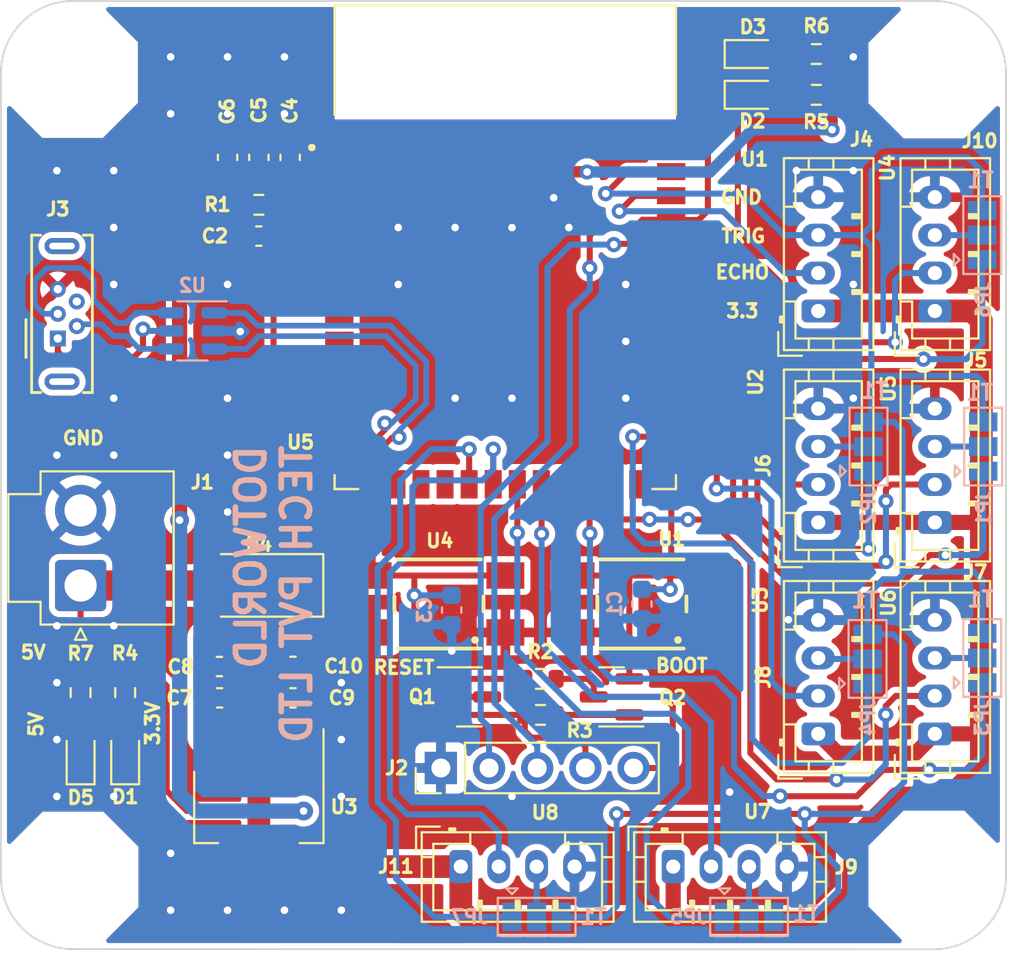
<source format=kicad_pcb>
(kicad_pcb (version 20221018) (generator pcbnew)
  (layers (0 "F.Cu" signal) (31 "B.Cu" signal) (34 "B.Paste" user) (35 "F.Paste" user) (36 "B.SilkS" user "B.Silkscreen") (37 "F.SilkS" user "F.Silkscreen") (38 "B.Mask" user) (39 "F.Mask" user) (44 "Edge.Cuts" user))
  (net 0 "")
  (net 1 "IO0")
  (net 2 "GND")
  (net 3 "EN")
  (net 4 "+3.3V")
  (net 5 "Net-(C7-Pad1)")
  (net 6 "Net-(D1-Pad2)")
  (net 7 "TXD")
  (net 8 "Net-(D2-Pad2)")
  (net 9 "RXD")
  (net 10 "Net-(D3-Pad2)")
  (net 11 "+5V")
  (net 12 "RTS")
  (net 13 "DTR")
  (net 14 "VBUS")
  (net 15 "D-")
  (net 16 "D+")
  (net 19 "ECHO1")
  (net 20 "TRIG1")
  (net 21 "ECHO5")
  (net 22 "Net-(J5-Pad3)")
  (net 23 "ECHO2")
  (net 24 "Net-(J6-Pad3)")
  (net 25 "ECHO6")
  (net 26 "Net-(J7-Pad3)")
  (net 27 "ECHO3")
  (net 28 "Net-(J8-Pad3)")
  (net 29 "ECHO7")
  (net 30 "Net-(J9-Pad3)")
  (net 31 "ECHO4")
  (net 32 "Net-(J10-Pad3)")
  (net 33 "ECHO8")
  (net 34 "Net-(J11-Pad3)")
  (net 35 "TRIG5")
  (net 36 "TRIG2")
  (net 37 "TRIG6")
  (net 38 "TRIG3")
  (net 39 "TRIG7")
  (net 40 "TRIG4")
  (net 41 "TRIG8")
  (net 42 "Net-(Q1-Pad1)")
  (net 43 "Net-(Q2-Pad1)")
  (net 44 "USB_D+")
  (net 45 "USB_D-")
  (net 54 "Net-(D5-Pad2)")
  (footprint "LED_SMD:LED_0603_1608Metric" (layer "F.Cu") (at 128.9 113.825 90)
    (fp_text reference "D5")
    (fp_text value "LED")
  )
  (footprint "Capacitor_SMD:C_0603_1608Metric" (layer "F.Cu") (at 136.22 109.1)
    (fp_text reference "C8")
    (fp_text value "0.1uF")
  )
  (footprint "Connector_JST:JST_PH_B4B-PH-K_1x04_P2.00mm_Vertical" (layer "F.Cu") (at 167.8 101.5 90)
    (fp_text reference "J6")
    (fp_text value "Conn_01x04")
  )
  (footprint "Package_TO_SOT_SMD:SOT-23" (layer "F.Cu") (at 149.4 110.7)
    (fp_text reference "Q1")
    (fp_text value "SI2302")
  )
  (footprint "Diode_SMD:D_SMA" (layer "F.Cu") (at 138.3 104.82 180)
    (fp_text reference "D4")
    (fp_text value "SS34")
  )
  (footprint "Resistor_SMD:R_0603_1608Metric" (layer "F.Cu") (at 128.9 110.475 -90)
    (fp_text reference "R7")
    (fp_text value "1K")
  )
  (footprint "Dotworld:Tactile_Switch" (layer "F.Cu") (at 158.5 105.8 180)
    (fp_text reference "U1")
    (fp_text value "Tactile_Switch")
  )
  (footprint "Connector_USB:USB_Micro-B_Wuerth_614105150721_Vertical" (layer "F.Cu") (at 127.7 91.8 90)
    (fp_text reference "J3")
    (fp_text value "USB_B_Micro")
  )
  (footprint "Capacitor_SMD:C_0603_1608Metric" (layer "F.Cu") (at 139.95 82.25 90)
    (fp_text reference "C4")
    (fp_text value "0.1uF")
  )
  (footprint "Connector_JST:JST_PH_B4B-PH-K_1x04_P2.00mm_Vertical" (layer "F.Cu") (at 173.95 101.5 90)
    (fp_text reference "J5")
    (fp_text value "Conn_01x04")
  )
  (footprint "Package_TO_SOT_SMD:SOT-23" (layer "F.Cu") (at 156.9 110.7 180)
    (fp_text reference "Q2")
    (fp_text value "SI2302")
  )
  (footprint "Package_TO_SOT_SMD:SOT-223-3_TabPin2" (layer "F.Cu") (at 138.3 116.5 -90)
    (fp_text reference "U3")
    (fp_text value "AMS1117-3.3")
  )
  (footprint "Resistor_SMD:R_0603_1608Metric" (layer "F.Cu") (at 167.7 78.95 180)
    (fp_text reference "R5")
    (fp_text value "1K")
  )
  (footprint "MountingHole:MountingHole_3.2mm_M3" (layer "F.Cu") (at 173.9 77.8)
    (fp_text reference "H2" hide)
    (fp_text value "MountingHole")
  )
  (footprint "Resistor_SMD:R_0603_1608Metric" (layer "F.Cu") (at 153.15 109.75)
    (fp_text reference "R2")
    (fp_text value "10K")
  )
  (footprint "Resistor_SMD:R_0603_1608Metric" (layer "F.Cu") (at 167.7 76.8 180)
    (fp_text reference "R6")
    (fp_text value "1K")
  )
  (footprint "Connector_JST:JST_VH_B2P-VH-B_1x02_P3.96mm_Vertical" (layer "F.Cu") (at 128.9 104.8275 90)
    (fp_text reference "J1")
    (fp_text value "Conn_01x02")
  )
  (footprint "Capacitor_SMD:C_0603_1608Metric" (layer "F.Cu") (at 138.3 86.4 180)
    (fp_text reference "C2")
    (fp_text value "1uF")
  )
  (footprint "Capacitor_SMD:C_0603_1608Metric" (layer "F.Cu") (at 140.1 109.09)
    (fp_text reference "C10")
    (fp_text value "0.1uF")
  )
  (footprint "LED_SMD:LED_0603_1608Metric" (layer "F.Cu") (at 164.35 76.8)
    (fp_text reference "D3")
    (fp_text value "LED")
  )
  (footprint "Connector_JST:JST_PH_B4B-PH-K_1x04_P2.00mm_Vertical" (layer "F.Cu") (at 173.95 90.35 90)
    (fp_text reference "J10")
    (fp_text value "Conn_01x04")
  )
  (footprint "Connector_JST:JST_PH_B4B-PH-K_1x04_P2.00mm_Vertical" (layer "F.Cu") (at 173.95 112.65 90)
    (fp_text reference "J7")
    (fp_text value "Conn_01x04")
  )
  (footprint "Resistor_SMD:R_0603_1608Metric" (layer "F.Cu") (at 153.15 111.65 180)
    (fp_text reference "R3")
    (fp_text value "10K")
  )
  (footprint "Dotworld:ESP32-S3-WROOM1-N4R2" (layer "F.Cu") (at 151.295 86.99)
    (fp_text reference "U5")
    (fp_text value "ESP32-S3-WROOM")
  )
  (footprint "Capacitor_SMD:C_0603_1608Metric" (layer "F.Cu") (at 138.3 82.25 90)
    (fp_text reference "C5")
    (fp_text value "0.1uF")
  )
  (footprint "Resistor_SMD:R_0603_1608Metric" (layer "F.Cu") (at 131.25 110.475 -90)
    (fp_text reference "R4")
    (fp_text value "1K")
  )
  (footprint "Capacitor_SMD:C_0603_1608Metric" (layer "F.Cu") (at 136.23 110.75)
    (fp_text reference "C7")
    (fp_text value "10uF")
  )
  (footprint "Connector_JST:JST_PH_B4B-PH-K_1x04_P2.00mm_Vertical" (layer "F.Cu") (at 148.95 119.65)
    (fp_text reference "J11")
    (fp_text value "Conn_01x04")
  )
  (footprint "MountingHole:MountingHole_3.2mm_M3" (layer "F.Cu") (at 173.9 120.2)
    (fp_text reference "H3" hide)
    (fp_text value "MountingHole")
  )
  (footprint "MountingHole:MountingHole_3.2mm_M3" (layer "F.Cu") (at 128.5 77.8)
    (fp_text reference "H1" hide)
    (fp_text value "MountingHole")
  )
  (footprint "Capacitor_SMD:C_0603_1608Metric" (layer "F.Cu") (at 136.65 82.25 90)
    (fp_text reference "C6")
    (fp_text value "22uF")
  )
  (footprint "Connector_PinHeader_2.54mm:PinHeader_1x05_P2.54mm_Vertical" (layer "F.Cu") (at 147.9 114.45 90)
    (fp_text reference "J2")
    (fp_text value "Conn_01x05")
  )
  (footprint "Connector_JST:JST_PH_B4B-PH-K_1x04_P2.00mm_Vertical" (layer "F.Cu") (at 167.8 90.35 90)
    (fp_text reference "J4")
    (fp_text value "Conn_01x04")
  )
  (footprint "MountingHole:MountingHole_3.2mm_M3" (layer "F.Cu") (at 128.5 120.2)
    (fp_text reference "H4" hide)
    (fp_text value "MountingHole")
  )
  (footprint "Connector_JST:JST_PH_B4B-PH-K_1x04_P2.00mm_Vertical" (layer "F.Cu") (at 160.15 119.65)
    (fp_text reference "J9")
    (fp_text value "Conn_01x04")
  )
  (footprint "Resistor_SMD:R_0603_1608Metric" (layer "F.Cu") (at 138.3 84.75)
    (fp_text reference "R1")
    (fp_text value "10K")
  )
  (footprint "LED_SMD:LED_0603_1608Metric" (layer "F.Cu") (at 131.25 113.825 90)
    (fp_text reference "D1")
    (fp_text value "LED")
  )
  (footprint "Dotworld:Tactile_Switch" (layer "F.Cu") (at 147.8 105.8 180)
    (fp_text reference "U4")
    (fp_text value "Tactile_Switch")
  )
  (footprint "Capacitor_SMD:C_0603_1608Metric" (layer "F.Cu") (at 140.1 110.75)
    (fp_text reference "C9")
    (fp_text value "10uF")
  )
  (footprint "Connector_JST:JST_PH_B4B-PH-K_1x04_P2.00mm_Vertical" (layer "F.Cu") (at 167.8 112.65 90)
    (fp_text reference "J8")
    (fp_text value "Conn_01x04")
  )
  (footprint "LED_SMD:LED_0603_1608Metric" (layer "F.Cu") (at 164.35 78.95)
    (fp_text reference "D2")
    (fp_text value "LED")
  )
  (footprint "Jumper:SolderJumper-3_P1.3mm_Open_Pad1.0x1.5mm" (layer "B.Cu") (at 176.5 97.5 90)
    (fp_text reference "JP1")
    (fp_text value "SolderJumper_3_Open")
  )
  (footprint "Jumper:SolderJumper-3_P1.3mm_Open_Pad1.0x1.5mm" (layer "B.Cu") (at 176.45 86.35 90)
    (fp_text reference "JP6")
    (fp_text value "SolderJumper_3_Open")
  )
  (footprint "Capacitor_SMD:C_0603_1608Metric" (layer "B.Cu") (at 148.47 106.12 -90)
    (fp_text reference "C3")
    (fp_text value "0.1uF")
  )
  (footprint "Jumper:SolderJumper-3_P1.3mm_Open_Pad1.0x1.5mm" (layer "B.Cu") (at 152.95 122.3)
    (fp_text reference "JP7")
    (fp_text value "SolderJumper_3_Open")
  )
  (footprint "Jumper:SolderJumper-3_P1.3mm_Open_Pad1.0x1.5mm" (layer "B.Cu") (at 164.15 122.3)
    (fp_text reference "JP5")
    (fp_text value "SolderJumper_3_Open")
  )
  (footprint "Jumper:SolderJumper-3_P1.3mm_Open_Pad1.0x1.5mm" (layer "B.Cu") (at 176.45 108.65 90)
    (fp_text reference "JP3")
    (fp_text value "SolderJumper_3_Open")
  )
  (footprint "Jumper:SolderJumper-3_P1.3mm_Open_Pad1.0x1.5mm" (layer "B.Cu") (at 170.4 108.7 90)
    (fp_text reference "JP4")
    (fp_text value "SolderJumper_3_Open")
  )
  (footprint "Capacitor_SMD:C_0603_1608Metric" (layer "B.Cu") (at 158.5 105.8 -90)
    (fp_text reference "C1")
    (fp_text value "0.1uF")
  )
  (footprint "Jumper:SolderJumper-3_P1.3mm_Open_Pad1.0x1.5mm" (layer "B.Cu") (at 170.45 97.5 90)
    (fp_text reference "JP2")
    (fp_text value "SolderJumper_3_Open")
  )
  (footprint "Package_TO_SOT_SMD:SOT-23-6" (layer "B.Cu") (at 134.8 91.4 180)
    (fp_text reference "U2")
    (fp_text value "USBLC6-2SC6")
  )
  (gr_line (start 124.7 77.8) (end 124.7 120.2) (stroke (width 0.1)) (layer "Edge.Cuts"))
  (gr_arc (start 173.9 74) (mid 176.587006 75.112994) (end 177.7 77.8) (stroke (width 0.1)) (layer "Edge.Cuts"))
  (gr_arc (start 124.7 77.8) (mid 125.812994 75.112994) (end 128.5 74) (stroke (width 0.1)) (layer "Edge.Cuts"))
  (gr_line (start 173.91 124.01) (end 128.5 124) (stroke (width 0.1)) (layer "Edge.Cuts"))
  (gr_line (start 177.7 77.8) (end 177.7 120.2) (stroke (width 0.1)) (layer "Edge.Cuts"))
  (gr_arc (start 128.5 124) (mid 125.812994 122.887006) (end 124.7 120.2) (stroke (width 0.1)) (layer "Edge.Cuts"))
  (gr_line (start 128.5 74) (end 173.9 74) (stroke (width 0.1)) (layer "Edge.Cuts"))
  (gr_arc (start 177.7 120.2) (mid 176.591142 122.887015) (end 173.91 124.01) (stroke (width 0.1)) (layer "Edge.Cuts"))
  (gr_text "T1" (at 176.35 105.55) (layer "B.SilkS") (effects (font (size 0.8 0.8) (thickness 0.17)) (justify mirror)))
  (gr_text "T1" (at 176.35 83.45) (layer "B.SilkS") (effects (font (size 0.8 0.8) (thickness 0.17)) (justify mirror)))
  (gr_text "T1" (at 170.75 94.55) (layer "B.SilkS") (effects (font (size 0.8 0.8) (thickness 0.17)) (justify mirror)))
  (gr_text "T1" (at 167.15 122.15) (layer "B.SilkS") (effects (font (size 0.8 0.8) (thickness 0.17)) (justify mirror)))
  (gr_text "T1" (at 170.25 105.6) (layer "B.SilkS") (effects (font (size 0.8 0.8) (thickness 0.17)) (justify mirror)))
  (gr_text "DOTWORLD\nTECH PVT LTD" (at 141.18 97.28 90) (layer "B.SilkS") (effects (font (size 1.5 1.5) (thickness 0.3) bold) (justify left bottom mirror)))
  (gr_text "T1" (at 176.3 94.65) (layer "B.SilkS") (effects (font (size 0.8 0.8) (thickness 0.17)) (justify mirror)))
  (gr_text "T1" (at 155.95 122.3) (layer "B.SilkS") (effects (font (size 0.8 0.8) (thickness 0.17)) (justify mirror)))
  (gr_text "U1" (at 164.45 82.35) (layer "F.SilkS") (effects (font (size 0.7 0.7) (thickness 0.17))))
  (gr_text "U3" (at 164.75 105.6 90) (layer "F.SilkS") (effects (font (size 0.7 0.7) (thickness 0.17))))
  (gr_text "RESET" (at 145.95 109.15) (layer "F.SilkS") (effects (font (size 0.7 0.7) (thickness 0.17))))
  (gr_text "5V" (at 126.55 112.15 90) (layer "F.SilkS") (effects (font (size 0.7 0.7) (thickness 0.17))))
  (gr_text "U5" (at 171.5 94.45 90) (layer "F.SilkS") (effects (font (size 0.7 0.7) (thickness 0.17))))
  (gr_text "GND" (at 129.046677 97.049999) (layer "F.SilkS") (effects (font (size 0.7 0.7) (thickness 0.17))))
  (gr_text "ECHO" (at 163.8 88.3) (layer "F.SilkS") (effects (font (size 0.7 0.7) (thickness 0.17))))
  (gr_text "TRIG" (at 163.85 86.4) (layer "F.SilkS") (effects (font (size 0.7 0.7) (thickness 0.17))))
  (gr_text "U4" (at 171.45 82.8 90) (layer "F.SilkS") (effects (font (size 0.7 0.7) (thickness 0.17))))
  (gr_text "5V" (at 126.4 108.35) (layer "F.SilkS") (effects (font (size 0.7 0.7) (thickness 0.17))))
  (gr_text "3.3" (at 163.8 90.35) (layer "F.SilkS") (effects (font (size 0.7 0.7) (thickness 0.17))))
  (gr_text "3.3V" (at 132.7 112.1 90) (layer "F.SilkS") (effects (font (size 0.7 0.7) (thickness 0.17))))
  (gr_text "U7" (at 164.6 116.75) (layer "F.SilkS") (effects (font (size 0.7 0.7) (thickness 0.17))))
  (gr_text "BOOT" (at 160.6 109.05) (layer "F.SilkS") (effects (font (size 0.7 0.7) (thickness 0.17))))
  (gr_text "U2" (at 164.5 94.1 90) (layer "F.SilkS") (effects (font (size 0.7 0.7) (thickness 0.17))))
  (gr_text "GND" (at 163.75 84.35) (layer "F.SilkS") (effects (font (size 0.7 0.7) (thickness 0.17))))
  (gr_text "U8" (at 153.4 116.8) (layer "F.SilkS") (effects (font (size 0.7 0.7) (thickness 0.17))))
  (gr_text "U6" (at 171.5 105.75 90) (layer "F.SilkS") (effects (font (size 0.7 0.7) (thickness 0.17))))
  (segment (start 160.05 98.25) (end 160.05 104.3) (width 0.32) (layer "F.Cu") (net 1))
  (segment (start 157.8375 109.75) (end 157.8375 104.4375) (width 0.32) (layer "F.Cu") (net 1))
  (segment (start 157.8375 104.4375) (end 157.7 104.3) (width 0.32) (layer "F.Cu") (net 1))
  (segment (start 159.99 105.03) (end 159.99 104.39) (width 0.32) (layer "F.Cu") (net 1))
  (segment (start 155 104.3) (end 157.7 104.3) (width 0.32) (layer "F.Cu") (net 1))
  (segment (start 160.08 104.3) (end 162 104.3) (width 0.32) (layer "F.Cu") (net 1))
  (segment (start 159.99 104.39) (end 160.08 104.3) (width 0.32) (layer "F.Cu") (net 1))
  (segment (start 160.05 104.3) (end 162 104.3) (width 0.32) (layer "F.Cu") (net 1))
  (segment (start 157.7 104.3) (end 160.08 104.3) (width 0.32) (layer "F.Cu") (net 1))
  (via (at 159.99 105.03) (size 0.8) (drill 0.4) (layers "F.Cu" "B.Cu") (net 1))
  (segment (start 158.5 105.025) (end 159.985 105.025) (width 0.32) (layer "B.Cu") (net 1))
  (segment (start 159.985 105.025) (end 159.99 105.03) (width 0.32) (layer "B.Cu") (net 1))
  (segment (start 171.68 106.65) (end 171.59 106.74) (width 0.32) (layer "F.Cu") (net 2))
  (segment (start 173.95 106.65) (end 171.68 106.65) (width 0.32) (layer "F.Cu") (net 2))
  (via (at 139.649672 79.95) (size 0.8) (drill 0.4) (layers "F.Cu" "B.Cu") (net 2))
  (via (at 166.23 106.63) (size 0.8) (drill 0.4) (layers "F.Cu" "B.Cu") (net 2))
  (via (at 157.649672 88.95) (size 0.8) (drill 0.4) (layers "F.Cu" "B.Cu") (net 2))
  (via (at 169.649672 94.95) (size 0.8) (drill 0.4) (layers "F.Cu" "B.Cu") (net 2))
  (via (at 136.649672 94.95) (size 0.8) (drill 0.4) (layers "F.Cu" "B.Cu") (net 2))
  (via (at 153.85 84.38) (size 0.8) (drill 0.4) (layers "F.Cu" "B.Cu") (net 2))
  (via (at 169.649672 82.95) (size 0.8) (drill 0.4) (layers "F.Cu" "B.Cu") (net 2))
  (via (at 157.649672 91.95) (size 0.8) (drill 0.4) (layers "F.Cu" "B.Cu") (net 2))
  (via (at 127.649672 97.95) (size 0.8) (drill 0.4) (layers "F.Cu" "B.Cu") (net 2))
  (via (at 136.649672 76.95) (size 0.8) (drill 0.4) (layers "F.Cu" "B.Cu") (net 2))
  (via (at 127.649672 106.95) (size 0.8) (drill 0.4) (layers "F.Cu" "B.Cu") (net 2))
  (via (at 139.649672 76.95) (size 0.8) (drill 0.4) (layers "F.Cu" "B.Cu") (net 2))
  (via (at 163.13 115.72) (size 0.8) (drill 0.4) (layers "F.Cu" "B.Cu") (net 2))
  (via (at 127.649672 115.95) (size 0.8) (drill 0.4) (layers "F.Cu" "B.Cu") (net 2))
  (via (at 130.649672 88.95) (size 0.8) (drill 0.4) (layers "F.Cu" "B.Cu") (net 2))
  (via (at 130.649672 115.95) (size 0.8) (drill 0.4) (layers "F.Cu" "B.Cu") (net 2))
  (via (at 151.649672 94.95) (size 0.8) (drill 0.4) (layers "F.Cu" "B.Cu") (net 2))
  (via (at 130.649672 97.95) (size 0.8) (drill 0.4) (layers "F.Cu" "B.Cu") (net 2))
  (via (at 137.318189 91.432861) (size 0.8) (drill 0.4) (layers "F.Cu" "B.Cu") (net 2))
  (via (at 148.47 108.28) (size 0.8) (drill 0.4) (layers "F.Cu" "B.Cu") (net 2))
  (via (at 148.649672 94.95) (size 0.8) (drill 0.4) (layers "F.Cu" "B.Cu") (net 2))
  (via (at 127.649672 82.95) (size 0.8) (drill 0.4) (layers "F.Cu" "B.Cu") (net 2))
  (via (at 139.649672 121.95) (size 0.8) (drill 0.4) (layers "F.Cu" "B.Cu") (net 2))
  (via (at 136.649672 121.95) (size 0.8) (drill 0.4) (layers "F.Cu" "B.Cu") (net 2))
  (via (at 130.649672 82.95) (size 0.8) (drill 0.4) (layers "F.Cu" "B.Cu") (net 2))
  (via (at 127.649672 112.95) (size 0.8) (drill 0.4) (layers "F.Cu" "B.Cu") (net 2))
  (via (at 127.649672 109.95) (size 0.8) (drill 0.4) (layers "F.Cu" "B.Cu") (net 2))
  (via (at 136.649672 88.95) (size 0.8) (drill 0.4) (layers "F.Cu" "B.Cu") (net 2))
  (via (at 148.649672 85.95) (size 0.8) (drill 0.4) (layers "F.Cu" "B.Cu") (net 2))
  (via (at 169.649672 88.95) (size 0.8) (drill 0.4) (layers "F.Cu" "B.Cu") (net 2))
  (via (at 151.649672 85.95) (size 0.8) (drill 0.4) (layers "F.Cu" "B.Cu") (net 2))
  (via (at 142.649672 109.95) (size 0.8) (drill 0.4) (layers "F.Cu" "B.Cu") (net 2))
  (via (at 142.649672 121.95) (size 0.8) (drill 0.4) (layers "F.Cu" "B.Cu") (net 2))
  (via (at 133.649672 118.95) (size 0.8) (drill 0.4) (layers "F.Cu" "B.Cu") (net 2))
  (via (at 157.649672 94.95) (size 0.8) (drill 0.4) (layers "F.Cu" "B.Cu") (net 2))
  (via (at 136.649672 97.95) (size 0.8) (drill 0.4) (layers "F.Cu" "B.Cu") (net 2))
  (via (at 151.649672 115.95) (size 0.8) (drill 0.4) (layers "F.Cu" "B.Cu") (net 2))
  (via (at 142.649672 115.95) (size 0.8) (drill 0.4) (layers "F.Cu" "B.Cu") (net 2))
  (via (at 133.649672 79.95) (size 0.8) (drill 0.4) (layers "F.Cu" "B.Cu") (net 2))
  (via (at 142.649672 112.95) (size 0.8) (drill 0.4) (layers "F.Cu" "B.Cu") (net 2))
  (via (at 133.649672 76.95) (size 0.8) (drill 0.4) (layers "F.Cu" "B.Cu") (net 2))
  (via (at 136.649672 100.95) (size 0.8) (drill 0.4) (layers "F.Cu" "B.Cu") (net 2))
  (via (at 145.649672 88.95) (size 0.8) (drill 0.4) (layers "F.Cu" "B.Cu") (net 2))
  (via (at 130.649672 85.95) (size 0.8) (drill 0.4) (layers "F.Cu" "B.Cu") (net 2))
  (via (at 130.649672 106.95) (size 0.8) (drill 0.4) (layers "F.Cu" "B.Cu") (net 2))
  (via (at 136.649672 79.95) (size 0.8) (drill 0.4) (layers "F.Cu" "B.Cu") (net 2))
  (via (at 166.649672 82.95) (size 0.8) (drill 0.4) (layers "F.Cu" "B.Cu") (net 2))
  (via (at 154.649672 85.95) (size 0.8) (drill 0.4) (layers "F.Cu" "B.Cu") (net 2))
  (via (at 145.649672 85.95) (size 0.8) (drill 0.4) (layers "F.Cu" "B.Cu") (net 2))
  (via (at 130.649672 94.95) (size 0.8) (drill 0.4) (layers "F.Cu" "B.Cu") (net 2))
  (via (at 169.649672 76.95) (size 0.8) (drill 0.4) (layers "F.Cu" "B.Cu") (net 2))
  (via (at 133.649672 121.95) (size 0.8) (drill 0.4) (layers "F.Cu" "B.Cu") (net 2))
  (segment (start 137.318189 91.432861) (end 137.285328 91.4) (width 0.32) (layer "B.Cu") (net 2))
  (segment (start 137.285328 91.4) (end 135.9375 91.4) (width 0.32) (layer "B.Cu") (net 2))
  (segment (start 139.125 84.75) (end 140.31 84.75) (width 0.32) (layer "F.Cu") (net 3))
  (segment (start 146.5 104.3) (end 144.3 104.3) (width 0.32) (layer "F.Cu") (net 3))
  (segment (start 144.3 101.87) (end 144.3 104.3) (width 0.32) (layer "F.Cu") (net 3))
  (segment (start 147.05 110.7) (end 146.5 110.15) (width 0.32) (layer "F.Cu") (net 3))
  (segment (start 143.35 100.92) (end 144.3 101.87) (width 0.32) (layer "F.Cu") (net 3))
  (segment (start 139.075 99.895) (end 140.1 100.92) (width 0.32) (layer "F.Cu") (net 3))
  (segment (start 140.78 84.28) (end 142.55 84.28) (width 0.32) (layer "F.Cu") (net 3))
  (segment (start 140.1 100.92) (end 143.35 100.92) (width 0.32) (layer "F.Cu") (net 3))
  (segment (start 146.5 110.15) (end 146.5 104.3) (width 0.32) (layer "F.Cu") (net 3))
  (segment (start 140.31 84.75) (end 140.78 84.28) (width 0.32) (layer "F.Cu") (net 3))
  (segment (start 139.075 86.4) (end 139.075 84.8) (width 0.32) (layer "F.Cu") (net 3))
  (segment (start 150.3375 110.7) (end 147.05 110.7) (width 0.32) (layer "F.Cu") (net 3))
  (segment (start 139.075 86.4) (end 139.075 99.895) (width 0.32) (layer "F.Cu") (net 3))
  (segment (start 146.5 104.3) (end 151.3 104.3) (width 0.32) (layer "F.Cu") (net 3))
  (via (at 146.5 105.35) (size 0.8) (drill 0.4) (layers "F.Cu" "B.Cu") (net 3))
  (segment (start 146.505 105.345) (end 146.5 105.35) (width 0.32) (layer "B.Cu") (net 3))
  (segment (start 148.47 105.345) (end 146.505 105.345) (width 0.32) (layer "B.Cu") (net 3))
  (segment (start 168.53 80.79) (end 168.53 78.955) (width 0.6) (layer "F.Cu") (net 4))
  (segment (start 142.55 83.01) (end 139.965 83.01) (width 0.8) (layer "F.Cu") (net 4))
  (segment (start 160.15 119.65) (end 160.15 122.4) (width 0.8) (layer "F.Cu") (net 4))
  (segment (start 149.6 122.6) (end 160.35 122.6) (width 1.2) (layer "F.Cu") (net 4))
  (segment (start 137.475 84.75) (end 137.475 83.065) (width 0.8) (layer "F.Cu") (net 4))
  (segment (start 169.65 121.06) (end 169.65 118.39) (width 1.2) (layer "F.Cu") (net 4))
  (segment (start 134.12 84.06) (end 135.155 83.025) (width 0.8) (layer "F.Cu") (net 4))
  (segment (start 135.155 83.025) (end 136.65 83.025) (width 0.8) (layer "F.Cu") (net 4))
  (segment (start 138.3 113.35) (end 138.3 116.71) (width 1.2) (layer "F.Cu") (net 4))
  (segment (start 138.31 116.72) (end 138.3 116.71) (width 0.8) (layer "F.Cu") (net 4))
  (segment (start 169.65 118.39) (end 172.01 116.03) (width 1.2) (layer "F.Cu") (net 4))
  (segment (start 137.435 83.025) (end 136.65 83.025) (width 0.8) (layer "F.Cu") (net 4))
  (segment (start 173.95 101.5) (end 167.8 101.5) (width 0.8) (layer "F.Cu") (net 4))
  (segment (start 132.97 109.65) (end 133.44 110.12) (width 0.32) (layer "F.Cu") (net 4))
  (segment (start 139.325 110.75) (end 139.325 109.09) (width 0.8) (layer "F.Cu") (net 4))
  (segment (start 138.3 112.15) (end 139.325 111.125) (width 0.8) (layer "F.Cu") (net 4))
  (segment (start 175.9 90.35) (end 173.95 90.35) (width 1.2) (layer "F.Cu") (net 4))
  (segment (start 155.61 83.02) (end 155.6 83.01) (width 0.6) (layer "F.Cu") (net 4))
  (segment (start 138.3 119.65) (end 148.95 119.65) (width 1.2) (layer "F.Cu") (net 4))
  (segment (start 176.4 114.35) (end 176.4 112.65) (width 1.2) (layer "F.Cu") (net 4))
  (segment (start 168.11 122.6) (end 169.65 121.06) (width 1.2) (layer "F.Cu") (net 4))
  (segment (start 168.525 78.95) (end 168.525 76.8) (width 0.6) (layer "F.Cu") (net 4))
  (segment (start 173.95 101.5) (end 176.25 101.5) (width 0.8) (layer "F.Cu") (net 4))
  (segment (start 134.5 116.71) (end 138.3 116.71) (width 0.32) (layer "F.Cu") (net 4))
  (segment (start 160.35 122.6) (end 168.11 122.6) (width 1.2) (layer "F.Cu") (net 4))
  (segment (start 173.95 112.65) (end 176.4 112.65) (width 0.8) (layer "F.Cu") (net 4))
  (segment (start 139.325 111.125) (end 139.325 110.75) (width 0.8) (layer "F.Cu") (net 4))
  (segment (start 172.93 113.67) (end 168.82 113.67) (width 0.8) (layer "F.Cu") (net 4))
  (segment (start 133.44 115.65) (end 134.5 116.71) (width 0.32) (layer "F.Cu") (net 4))
  (segment (start 134.12 101.38) (end 134.12 84.06) (width 0.8) (layer "F.Cu") (net 4))
  (segment (start 148.95 119.65) (end 148.95 121.95) (width 1.2) (layer "F.Cu") (net 4))
  (segment (start 138.3 113.35) (end 138.3 112.15) (width 0.8) (layer "F.Cu") (net 4))
  (segment (start 140.66 116.72) (end 138.31 116.72) (width 0.8) (layer "F.Cu") (net 4))
  (segment (start 176.4 112.65) (end 176.4 101.65) (width 1.2) (layer "F.Cu") (net 4))
  (segment (start 133.44 110.12) (end 133.44 115.65) (width 0.32) (layer "F.Cu") (net 4))
  (segment (start 148.95 121.95) (end 149.6 122.6) (width 1.2) (layer "F.Cu") (net 4))
  (segment (start 174.72 116.03) (end 176.4 114.35) (width 1.2) (layer "F.Cu") (net 4))
  (segment (start 173.95 112.65) (end 172.93 113.67) (width 0.8) (layer "F.Cu") (net 4))
  (segment (start 138.3 83.025) (end 137.435 83.025) (width 0.8) (layer "F.Cu") (net 4))
  (segment (start 176.25 101.5) (end 176.4 101.65) (width 0.8) (layer "F.Cu") (net 4))
  (segment (start 138.3 116.71) (end 138.3 119.65) (width 1.2) (layer "F.Cu") (net 4))
  (segment (start 173.95 90.35) (end 167.8 90.35) (width 1.2) (layer "F.Cu") (net 4))
  (segment (start 137.475 83.065) (end 137.435 83.025) (width 0.8) (layer "F.Cu") (net 4))
  (segment (start 160.15 122.4) (end 160.35 122.6) (width 0.8) (layer "F.Cu") (net 4))
  (segment (start 172.01 116.03) (end 174.72 116.03) (width 1.2) (layer "F.Cu") (net 4))
  (segment (start 155.6 83.01) (end 142.55 83.01) (width 0.6) (layer "F.Cu") (net 4))
  (segment (start 131.25 109.65) (end 132.97 109.65) (width 0.32) (layer "F.Cu") (net 4))
  (segment (start 139.95 83.025) (end 138.3 83.025) (width 0.8) (layer "F.Cu") (net 4))
  (segment (start 168.82 113.67) (end 167.8 112.65) (width 0.8) (layer "F.Cu") (net 4))
  (segment (start 176.4 90.85) (end 175.9 90.35) (width 1.2) (layer "F.Cu") (net 4))
  (segment (start 176.4 101.65) (end 176.4 90.85) (width 1.2) (layer "F.Cu") (net 4))
  (via (at 168.53 80.79) (size 0.8) (drill 0.4) (layers "F.Cu" "B.Cu") (net 4))
  (via (at 155.61 83.02) (size 0.8) (drill 0.4) (layers "F.Cu" "B.Cu") (net 4))
  (via (at 134.12 101.38) (size 1) (drill 0.4) (layers "F.Cu" "B.Cu") (net 4))
  (via (at 140.66 116.72) (size 1) (drill 0.4) (layers "F.Cu" "B.Cu") (net 4))
  (segment (start 134.12 101.38) (end 134.12 115.82) (width 0.8) (layer "B.Cu") (net 4))
  (segment (start 134.12 115.82) (end 135.02 116.72) (width 0.8) (layer "B.Cu") (net 4))
  (segment (start 135.02 116.72) (end 140.66 116.72) (width 0.8) (layer "B.Cu") (net 4))
  (segment (start 155.61 83.02) (end 162.09 83.02) (width 0.6) (layer "B.Cu") (net 4))
  (segment (start 162.09 83.02) (end 164.32 80.79) (width 0.6) (layer "B.Cu") (net 4))
  (segment (start 164.32 80.79) (end 168.53 80.79) (width 0.6) (layer "B.Cu") (net 4))
  (segment (start 135.455 112.805) (end 136 113.35) (width 1.2) (layer "F.Cu") (net 5))
  (segment (start 140.3 106.55) (end 139.8 107.05) (width 1.2) (layer "F.Cu") (net 5))
  (segment (start 140.3 104.82) (end 140.3 106.55) (width 1.2) (layer "F.Cu") (net 5))
  (segment (start 135.445 109.1) (end 135.445 110.74) (width 1.2) (layer "F.Cu") (net 5))
  (segment (start 135.445 110.74) (end 135.455 110.75) (width 1.2) (layer "F.Cu") (net 5))
  (segment (start 135.455 110.75) (end 135.455 112.805) (width 1.2) (layer "F.Cu") (net 5))
  (segment (start 139.8 107.05) (end 136 107.05) (width 1.2) (layer "F.Cu") (net 5))
  (segment (start 136 107.05) (end 135.445 107.605) (width 1.2) (layer "F.Cu") (net 5))
  (segment (start 135.445 107.605) (end 135.445 109.1) (width 1.2) (layer "F.Cu") (net 5))
  (segment (start 131.25 113.0375) (end 131.25 111.3) (width 0.32) (layer "F.Cu") (net 6))
  (segment (start 157.02 86.8495) (end 157.0595 86.81) (width 0.32) (layer "F.Cu") (net 7))
  (segment (start 163.5625 78.95) (end 163.5625 86.0175) (width 0.32) (layer "F.Cu") (net 7))
  (segment (start 163.5625 86.0175) (end 162.76 86.82) (width 0.32) (layer "F.Cu") (net 7))
  (segment (start 157.0595 86.81) (end 160.045 86.81) (width 0.32) (layer "F.Cu") (net 7))
  (segment (start 162.76 86.82) (end 160.05 86.82) (width 0.32) (layer "F.Cu") (net 7))
  (via (at 157.02 86.8495) (size 0.8) (drill 0.4) (layers "F.Cu" "B.Cu") (net 7))
  (segment (start 154.7305 86.8495) (end 153.53 88.05) (width 0.32) (layer "B.Cu") (net 7))
  (segment (start 150 100.75) (end 150 111.86) (width 0.32) (layer "B.Cu") (net 7))
  (segment (start 153.53 97.22) (end 150 100.75) (width 0.32) (layer "B.Cu") (net 7))
  (segment (start 150 111.86) (end 150.44 112.3) (width 0.32) (layer "B.Cu") (net 7))
  (segment (start 150.44 112.3) (end 150.44 114.45) (width 0.32) (layer "B.Cu") (net 7))
  (segment (start 153.53 88.05) (end 153.53 97.22) (width 0.32) (layer "B.Cu") (net 7))
  (segment (start 157.02 86.8495) (end 154.7305 86.8495) (width 0.32) (layer "B.Cu") (net 7))
  (segment (start 165.1375 78.95) (end 166.875 78.95) (width 0.32) (layer "F.Cu") (net 8))
  (segment (start 158.09 85.97) (end 158.52 85.54) (width 0.32) (layer "F.Cu") (net 9))
  (segment (start 163.5625 76.8) (end 162.52 76.8) (width 0.32) (layer "F.Cu") (net 9))
  (segment (start 155.75 86.38) (end 156.16 85.97) (width 0.32) (layer "F.Cu") (net 9))
  (segment (start 161.49 85.55) (end 160.05 85.55) (width 0.32) (layer "F.Cu") (net 9))
  (segment (start 162.52 76.8) (end 161.98 77.34) (width 0.32) (layer "F.Cu") (net 9))
  (segment (start 158.52 85.54) (end 160.045 85.54) (width 0.32) (layer "F.Cu") (net 9))
  (segment (start 161.98 85.06) (end 161.49 85.55) (width 0.32) (layer "F.Cu") (net 9))
  (segment (start 161.98 77.34) (end 161.98 85.06) (width 0.32) (layer "F.Cu") (net 9))
  (segment (start 156.16 85.97) (end 158.09 85.97) (width 0.32) (layer "F.Cu") (net 9))
  (segment (start 155.75 88.08) (end 155.75 86.38) (width 0.32) (layer "F.Cu") (net 9))
  (via (at 155.75 88.08) (size 0.8) (drill 0.4) (layers "F.Cu" "B.Cu") (net 9))
  (segment (start 154.7 90.27) (end 155.75 89.22) (width 0.32) (layer "B.Cu") (net 9))
  (segment (start 150.72 111.01) (end 150.72 101.31) (width 0.32) (layer "B.Cu") (net 9))
  (segment (start 152.98 114.45) (end 152.98 113.27) (width 0.32) (layer "B.Cu") (net 9))
  (segment (start 152.98 113.27) (end 150.72 111.01) (width 0.32) (layer "B.Cu") (net 9))
  (segment (start 154.7 97.33) (end 154.7 90.27) (width 0.32) (layer "B.Cu") (net 9))
  (segment (start 150.72 101.31) (end 154.7 97.33) (width 0.32) (layer "B.Cu") (net 9))
  (segment (start 155.75 89.22) (end 155.75 88.08) (width 0.32) (layer "B.Cu") (net 9))
  (segment (start 165.1375 76.8) (end 166.875 76.8) (width 0.32) (layer "F.Cu") (net 10))
  (segment (start 128.9 109.65) (end 128.9 104.8275) (width 0.32) (layer "F.Cu") (net 11))
  (segment (start 128.9 104.8275) (end 136.2925 104.8275) (width 1.6) (layer "F.Cu") (net 11))
  (segment (start 152.325 112.495) (end 152.325 111.65) (width 0.32) (layer "F.Cu") (net 12))
  (segment (start 152.325 111.65) (end 148.4625 111.65) (width 0.32) (layer "F.Cu") (net 12))
  (segment (start 155.52 113.32) (end 155.05 112.85) (width 0.32) (layer "F.Cu") (net 12))
  (segment (start 152.68 112.85) (end 152.325 112.495) (width 0.32) (layer "F.Cu") (net 12))
  (segment (start 155.52 114.45) (end 155.52 113.32) (width 0.32) (layer "F.Cu") (net 12))
  (segment (start 155.05 112.85) (end 152.68 112.85) (width 0.32) (layer "F.Cu") (net 12))
  (segment (start 155.9625 110.0625) (end 155.9625 110.7) (width 0.32) (layer "F.Cu") (net 13))
  (segment (start 155.9625 110.7) (end 159.64 110.7) (width 0.32) (layer "F.Cu") (net 13))
  (segment (start 159.64 110.7) (end 160.13 111.19) (width 0.32) (layer "F.Cu") (net 13))
  (segment (start 159.71 114.45) (end 158.06 114.45) (width 0.32) (layer "F.Cu") (net 13))
  (segment (start 160.13 111.19) (end 160.13 114.03) (width 0.32) (layer "F.Cu") (net 13))
  (segment (start 153.975 109.75) (end 155.65 109.75) (width 0.32) (layer "F.Cu") (net 13))
  (segment (start 155.65 109.75) (end 155.9625 110.0625) (width 0.32) (layer "F.Cu") (net 13))
  (segment (start 160.13 114.03) (end 159.71 114.45) (width 0.32) (layer "F.Cu") (net 13))
  (segment (start 132.19 91.31) (end 132.19 92.31) (width 0.32) (layer "F.Cu") (net 14))
  (segment (start 127.98 92.78) (end 127.7 92.5) (width 0.32) (layer "F.Cu") (net 14))
  (segment (start 127.7 92.5) (end 127.7 91.8) (width 0.32) (layer "F.Cu") (net 14))
  (segment (start 131.72 92.78) (end 127.98 92.78) (width 0.32) (layer "F.Cu") (net 14))
  (segment (start 132.19 92.31) (end 131.72 92.78) (width 0.32) (layer "F.Cu") (net 14))
  (via (at 132.19 91.31) (size 0.8) (drill 0.4) (layers "F.Cu" "B.Cu") (net 14))
  (segment (start 133.6625 91.4) (end 132.28 91.4) (width 0.32) (layer "B.Cu") (net 14))
  (segment (start 132.28 91.4) (end 132.19 91.31) (width 0.32) (layer "B.Cu") (net 14))
  (segment (start 131.999634 92.35) (end 133.6625 92.35) (width 0.3) (layer "B.Cu") (net 15))
  (segment (start 128.8 91.05) (end 130.01109 91.05) (width 0.3) (layer "B.Cu") (net 15))
  (segment (start 130.63609 91.675) (end 131.324634 91.675) (width 0.3) (layer "B.Cu") (net 15))
  (segment (start 130.01109 91.05) (end 130.63609 91.675) (width 0.3) (layer "B.Cu") (net 15))
  (segment (start 131.324634 91.675) (end 131.999634 92.35) (width 0.3) (layer "B.Cu") (net 15))
  (segment (start 126.47 90.01) (end 126.47 88.74) (width 0.3) (layer "B.Cu") (net 16))
  (segment (start 126.47 88.74) (end 127.13 88.08) (width 0.3) (layer "B.Cu") (net 16))
  (segment (start 129.59 88.75) (end 129.59 89.77) (width 0.3) (layer "B.Cu") (net 16))
  (segment (start 128.92 88.08) (end 129.59 88.75) (width 0.3) (layer "B.Cu") (net 16))
  (segment (start 131.289634 90.98) (end 131.829634 90.44) (width 0.3) (layer "B.Cu") (net 16))
  (segment (start 129.59 89.77) (end 130.8 90.98) (width 0.3) (layer "B.Cu") (net 16))
  (segment (start 131.829634 90.44) (end 133.6725 90.44) (width 0.3) (layer "B.Cu") (net 16))
  (segment (start 126.96 90.5) (end 126.47 90.01) (width 0.3) (layer "B.Cu") (net 16))
  (segment (start 127.7 90.5) (end 126.96 90.5) (width 0.3) (layer "B.Cu") (net 16))
  (segment (start 130.8 90.98) (end 131.289634 90.98) (width 0.3) (layer "B.Cu") (net 16))
  (segment (start 127.13 88.08) (end 128.92 88.08) (width 0.3) (layer "B.Cu") (net 16))
  (segment (start 160.05 84.28) (end 158.12 84.28) (width 0.32) (layer "F.Cu") (net 19))
  (segment (start 158.12 84.28) (end 157.31 85.09) (width 0.32) (layer "F.Cu") (net 19))
  (via (at 157.31 85.09) (size 0.8) (drill 0.4) (layers "F.Cu" "B.Cu") (net 19))
  (segment (start 166.04 88.35) (end 167.8 88.35) (width 0.32) (layer "B.Cu") (net 19))
  (segment (start 157.31 85.09) (end 162.78 85.09) (width 0.32) (layer "B.Cu") (net 19))
  (segment (start 162.78 85.09) (end 166.04 88.35) (width 0.32) (layer "B.Cu") (net 19))
  (segment (start 160.05 83.01) (end 157.74 83.01) (width 0.32) (layer "F.Cu") (net 20))
  (segment (start 167.09 116.87) (end 157.17 116.87) (width 0.32) (layer "F.Cu") (net 20))
  (segment (start 157.74 83.01) (end 156.59 84.16) (width 0.32) (layer "F.Cu") (net 20))
  (via (at 156.59 84.16) (size 0.8) (drill 0.4) (layers "F.Cu" "B.Cu") (net 20))
  (via (at 167.09 116.87) (size 0.8) (drill 0.4) (layers "F.Cu" "B.Cu") (net 20))
  (via (at 157.17 116.87) (size 0.8) (drill 0.4) (layers "F.Cu" "B.Cu") (net 20))
  (segment (start 171.8 96.2) (end 170.45 96.2) (width 0.32) (layer "B.Cu") (net 20))
  (segment (start 169.45 86.35) (end 168.86 86.35) (width 0.32) (layer "B.Cu") (net 20))
  (segment (start 167.09 117.94) (end 168.85 119.7) (width 0.32) (layer "B.Cu") (net 20))
  (segment (start 167.09 116.87) (end 167.09 117.94) (width 0.32) (layer "B.Cu") (net 20))
  (segment (start 170.4 105.32) (end 171.22 104.5) (width 0.32) (layer "B.Cu") (net 20))
  (segment (start 170.1 86.35) (end 169.45 86.35) (width 0.32) (layer "B.Cu") (net 20))
  (segment (start 170.61 93.77) (end 170.6 93.76) (width 0.32) (layer "B.Cu") (net 20))
  (segment (start 175.7 82.25) (end 171.35 82.25) (width 0.32) (layer "B.Cu") (net 20))
  (segment (start 163.8 84.16) (end 165.99 86.35) (width 0.32) (layer "B.Cu") (net 20))
  (segment (start 168.85 120.95) (end 167.5 122.3) (width 0.32) (layer "B.Cu") (net 20))
  (segment (start 165.99 86.35) (end 168.86 86.35) (width 0.32) (layer "B.Cu") (net 20))
  (segment (start 157.17 121.74) (end 157.17 116.87) (width 0.32) (layer "B.Cu") (net 20))
  (segment (start 176.45 104.53) (end 176.45 107.35) (width 0.32) (layer "B.Cu") (net 20))
  (segment (start 167.5 122.3) (end 165.45 122.3) (width 0.32) (layer "B.Cu") (net 20))
  (segment (start 176.5 96.2) (end 176.5 94.13) (width 0.32) (layer "B.Cu") (net 20))
  (segment (start 172.33 107.98) (end 171.75 107.4) (width 0.32) (layer "B.Cu") (net 20))
  (segment (start 172.01 104.5) (end 172.25 104.26) (width 0.32) (layer "B.Cu") (net 20))
  (segment (start 170.6 83) (end 170.6 85.85) (width 0.32) (layer "B.Cu") (net 20))
  (segment (start 167.09 116.87) (end 170.65 116.87) (width 0.32) (layer "B.Cu") (net 20))
  (segment (start 168.85 119.7) (end 168.85 120.95) (width 0.32) (layer "B.Cu") (net 20))
  (segment (start 171.75 107.4) (end 170.4 107.4) (width 0.32) (layer "B.Cu") (net 20))
  (segment (start 176.45 85.05) (end 176.45 83) (width 0.32) (layer "B.Cu") (net 20))
  (segment (start 170.4 107.4) (end 170.4 105.32) (width 0.32) (layer "B.Cu") (net 20))
  (segment (start 156.61 122.3) (end 157.06 121.85) (width 0.32) (layer "B.Cu") (net 20))
  (segment (start 172.27 104.1) (end 176.02 104.1) (width 0.32) (layer "B.Cu") (net 20))
  (segment (start 172.25 104.26) (end 172.25 96.65) (width 0.32) (layer "B.Cu") (net 20))
  (segment (start 172.26 104.11) (end 172.27 104.1) (width 0.32) (layer "B.Cu") (net 20))
  (segment (start 170.6 93.76) (end 170.6 92.75) (width 0.32) (layer "B.Cu") (net 20))
  (segment (start 172.25 96.65) (end 171.8 96.2) (width 0.32) (layer "B.Cu") (net 20))
  (segment (start 171.22 104.5) (end 172.01 104.5) (width 0.32) (layer "B.Cu") (net 20))
  (segment (start 170.6 86.95) (end 170 86.35) (width 0.32) (layer "B.Cu") (net 20))
  (segment (start 170.6 92.75) (end 170.6 86.95) (width 0.32) (layer "B.Cu") (net 20))
  (segment (start 157.06 121.85) (end 157.17 121.74) (width 0.32) (layer "B.Cu") (net 20))
  (segment (start 176.02 104.1) (end 176.45 104.53) (width 0.32) (layer "B.Cu") (net 20))
  (segment (start 170 86.35) (end 169.45 86.35) (width 0.32) (layer "B.Cu") (net 20))
  (segment (start 172.33 115.19) (end 172.33 107.98) (width 0.32) (layer "B.Cu") (net 20))
  (segment (start 171.35 82.25) (end 170.6 83) (width 0.32) (layer "B.Cu") (net 20))
  (segment (start 156.59 84.16) (end 163.8 84.16) (width 0.32) (layer "B.Cu") (net 20))
  (segment (start 170.6 85.85) (end 170.1 86.35) (width 0.32) (layer "B.Cu") (net 20))
  (segment (start 168.86 86.35) (end 167.8 86.35) (width 0.32) (layer "B.Cu") (net 20))
  (segment (start 170.6 96.05) (end 170.6 92.75) (width 0.32) (layer "B.Cu") (net 20))
  (segment (start 176.5 94.13) (end 176.14 93.77) (width 0.32) (layer "B.Cu") (net 20))
  (segment (start 154.25 122.3) (end 156.61 122.3) (width 0.32) (layer "B.Cu") (net 20))
  (segment (start 170.65 116.87) (end 172.33 115.19) (width 0.32) (layer "B.Cu") (net 20))
  (segment (start 176.45 83) (end 175.7 82.25) (width 0.32) (layer "B.Cu") (net 20))
  (segment (start 176.14 93.77) (end 170.61 93.77) (width 0.32) (layer "B.Cu") (net 20))
  (segment (start 171.16 103.78) (end 166.340192 103.78) (width 0.32) (layer "F.Cu") (net 21))
  (segment (start 163.95 101.389808) (end 163.95 94.54) (width 0.32) (layer "F.Cu") (net 21))
  (segment (start 171.3705 103.5695) (end 171.16 103.78) (width 0.32) (layer "F.Cu") (net 21))
  (segment (start 171.3705 99.7495) (end 171.62 99.5) (width 0.32) (layer "F.Cu") (net 21))
  (segment (start 163.95 94.54) (end 162.58 93.17) (width 0.32) (layer "F.Cu") (net 21))
  (segment (start 171.62 99.5) (end 173.95 99.5) (width 0.32) (layer "F.Cu") (net 21))
  (segment (start 171.3705 100.3805) (end 171.3705 99.7495) (width 0.32) (layer "F.Cu") (net 21))
  (segment (start 162.58 93.17) (end 160.05 93.17) (width 0.32) (layer "F.Cu") (net 21))
  (segment (start 166.340192 103.78) (end 163.95 101.389808) (width 0.32) (layer "F.Cu") (net 21))
  (via (at 171.3705 100.3805) (size 0.8) (drill 0.4) (layers "F.Cu" "B.Cu") (net 21))
  (via (at 171.3705 103.5695) (size 0.8) (drill 0.4) (layers "F.Cu" "B.Cu") (net 21))
  (segment (start 171.3705 103.5695) (end 171.3705 100.3805) (width 0.32) (layer "B.Cu") (net 21))
  (segment (start 173.95 97.5) (end 176.5 97.5) (width 0.32) (layer "B.Cu") (net 22))
  (segment (start 165.23 98.58) (end 166.15 99.5) (width 0.32) (layer "F.Cu") (net 23))
  (segment (start 160.05 90.63) (end 163.9 90.63) (width 0.32) (layer "F.Cu") (net 23))
  (segment (start 163.9 90.63) (end 164.46 91.19) (width 0.32) (layer "F.Cu") (net 23))
  (segment (start 164.46 92.69) (end 165.23 93.46) (width 0.32) (layer "F.Cu") (net 23))
  (segment (start 166.15 99.5) (end 167.8 99.5) (width 0.32) (layer "F.Cu") (net 23))
  (segment (start 165.23 93.46) (end 165.23 98.58) (width 0.32) (layer "F.Cu") (net 23))
  (segment (start 164.46 91.19) (end 164.46 92.69) (width 0.32) (layer "F.Cu") (net 23))
  (segment (start 170.45 97.5) (end 167.8 97.5) (width 0.32) (layer "B.Cu") (net 24))
  (segment (start 164.22 103.47) (end 164.22 113.66) (width 0.32) (layer "F.Cu") (net 25))
  (segment (start 158.8995 101.34) (end 157.4 101.34) (width 0.32) (layer "F.Cu") (net 25))
  (segment (start 157.01 100.95) (end 157.01 99.49) (width 0.32) (layer "F.Cu") (net 25))
  (segment (start 168.7605 115.05) (end 168.77 115.0595) (width 0.32) (layer "F.Cu") (net 25))
  (segment (start 162.1 101.35) (end 164.22 103.47) (width 0.32) (layer "F.Cu") (net 25))
  (segment (start 164.22 113.66) (end 165.61 115.05) (width 0.32) (layer "F.Cu") (net 25))
  (segment (start 171.89 110.65) (end 173.95 110.65) (width 0.32) (layer "F.Cu") (net 25))
  (segment (start 171.36 111.63) (end 171.36 111.18) (width 0.32) (layer "F.Cu") (net 25))
  (segment (start 157.4 101.34) (end 157.01 100.95) (width 0.32) (layer "F.Cu") (net 25))
  (segment (start 165.61 115.05) (end 168.7605 115.05) (width 0.32) (layer "F.Cu") (net 25))
  (segment (start 160.9295 101.35) (end 162.1 101.35) (width 0.32) (layer "F.Cu") (net 25))
  (segment (start 171.36 111.18) (end 171.89 110.65) (width 0.32) (layer "F.Cu") (net 25))
  (via (at 171.36 111.63) (size 0.8) (drill 0.4) (layers "F.Cu" "B.Cu") (net 25))
  (via (at 168.77 115.0595) (size 0.8) (drill 0.4) (layers "F.Cu" "B.Cu") (net 25))
  (via (at 158.8995 101.34) (size 0.8) (drill 0.4) (layers "F.Cu" "B.Cu") (net 25))
  (via (at 160.9295 101.35) (size 0.8) (drill 0.4) (layers "F.Cu" "B.Cu") (net 25))
  (segment (start 170.5605 115.0595) (end 171.34 114.28) (width 0.32) (layer "B.Cu") (net 25))
  (segment (start 168.77 115.0595) (end 170.5605 115.0595) (width 0.32) (layer "B.Cu") (net 25))
  (segment (start 171.34 114.28) (end 171.36 114.26) (width 0.32) (layer "B.Cu") (net 25))
  (segment (start 158.8995 101.34) (end 158.9095 101.35) (width 0.32) (layer "B.Cu") (net 25))
  (segment (start 158.9095 101.35) (end 160.9295 101.35) (width 0.32) (layer "B.Cu") (net 25))
  (segment (start 171.36 114.26) (end 171.36 111.63) (width 0.32) (layer "B.Cu") (net 25))
  (segment (start 176.45 108.65) (end 173.95 108.65) (width 0.32) (layer "B.Cu") (net 26))
  (segment (start 162.45 99.7005) (end 162.45 96.49) (width 0.32) (layer "F.Cu") (net 27))
  (segment (start 162.45 96.49) (end 161.67 95.71) (width 0.32) (layer "F.Cu") (net 27))
  (segment (start 161.67 95.71) (end 160.05 95.71) (width 0.32) (layer "F.Cu") (net 27))
  (segment (start 162.4305 99.72) (end 162.45 99.7005) (width 0.32) (layer "F.Cu") (net 27))
  (via (at 162.4305 99.72) (size 0.8) (drill 0.4) (layers "F.Cu" "B.Cu") (net 27))
  (segment (start 165.33 109.88) (end 166.1 110.65) (width 0.32) (layer "B.Cu") (net 27))
  (segment (start 162.4305 99.72) (end 164.66 99.72) (width 0.32) (layer "B.Cu") (net 27))
  (segment (start 166.1 110.65) (end 167.8 110.65) (width 0.32) (layer "B.Cu") (net 27))
  (segment (start 164.66 99.72) (end 165.33 100.39) (width 0.32) (layer "B.Cu") (net 27))
  (segment (start 165.33 100.39) (end 165.33 109.88) (width 0.32) (layer "B.Cu") (net 27))
  (segment (start 170.4 108.7) (end 167.85 108.7) (width 0.32) (layer "B.Cu") (net 28))
  (segment (start 153.21 102.1) (end 153.21 99.5) (width 0.32) (layer "F.Cu") (net 29))
  (via (at 153.21 102.1) (size 0.8) (drill 0.4) (layers "F.Cu" "B.Cu") (net 29))
  (segment (start 162.15 112.06) (end 162.15 119.65) (width 0.32) (layer "B.Cu") (net 29))
  (segment (start 153.21 102.1) (end 153.21 107.94) (width 0.32) (layer "B.Cu") (net 29))
  (segment (start 160.79 110.7) (end 162.15 112.06) (width 0.32) (layer "B.Cu") (net 29))
  (segment (start 155.97 110.7) (end 160.79 110.7) (width 0.32) (layer "B.Cu") (net 29))
  (segment (start 153.21 107.94) (end 155.97 110.7) (width 0.32) (layer "B.Cu") (net 29))
  (segment (start 164.15 122.3) (end 164.15 119.65) (width 0.32) (layer "B.Cu") (net 30))
  (segment (start 165.03 88.09) (end 165.74 88.8) (width 0.32) (layer "F.Cu") (net 31))
  (segment (start 165.74 88.8) (end 165.74 91.55) (width 0.32) (layer "F.Cu") (net 31))
  (segment (start 166.19 92) (end 171.86 92) (width 0.32) (layer "F.Cu") (net 31))
  (segment (start 165.74 91.55) (end 166.19 92) (width 0.32) (layer "F.Cu") (net 31))
  (segment (start 160.05 88.09) (end 165.03 88.09) (width 0.32) (layer "F.Cu") (net 31))
  (via (at 171.86 92) (size 0.8) (drill 0.4) (layers "F.Cu" "B.Cu") (net 31))
  (segment (start 172.23 88.35) (end 171.93 88.65) (width 0.32) (layer "B.Cu") (net 31))
  (segment (start 171.85 88.73) (end 171.85 91.99) (width 0.32) (layer "B.Cu") (net 31))
  (segment (start 171.93 88.65) (end 171.85 88.73) (width 0.32) (layer "B.Cu") (net 31))
  (segment (start 173.95 88.35) (end 172.23 88.35) (width 0.32) (layer "B.Cu") (net 31))
  (segment (start 171.85 91.99) (end 171.86 92) (width 0.32) (layer "B.Cu") (net 31))
  (segment (start 176.45 86.35) (end 173.95 86.35) (width 0.32) (layer "B.Cu") (net 32))
  (segment (start 150.66 97.64) (end 150.66 99.49) (width 0.32) (layer "F.Cu") (net 33))
  (via (at 150.66 97.64) (size 0.8) (drill 0.4) (layers "F.Cu" "B.Cu") (net 33))
  (segment (start 146.75 99.28) (end 146.394903 99.635097) (width 0.32) (layer "B.Cu") (net 33))
  (segment (start 146.394903 99.635097) (end 146.394903 102.985097) (width 0.32) (layer "B.Cu") (net 33))
  (segment (start 150.09 99.28) (end 146.75 99.28) (width 0.32) (layer "B.Cu") (net 33))
  (segment (start 150.66 97.64) (end 150.66 98.71) (width 0.32) (layer "B.Cu") (net 33))
  (segment (start 145.21 104.17) (end 145.21 115.98) (width 0.32) (layer "B.Cu") (net 33))
  (segment (start 146.13 116.9) (end 150.01 116.9) (width 0.32) (layer "B.Cu") (net 33))
  (segment (start 150.01 116.9) (end 150.95 117.84) (width 0.32) (layer "B.Cu") (net 33))
  (segment (start 145.21 115.98) (end 146.13 116.9) (width 0.32) (layer "B.Cu") (net 33))
  (segment (start 150.95 117.84) (end 150.95 119.65) (width 0.32) (layer "B.Cu") (net 33))
  (segment (start 146.394903 102.985097) (end 145.21 104.17) (width 0.32) (layer "B.Cu") (net 33))
  (segment (start 150.66 98.71) (end 150.09 99.28) (width 0.32) (layer "B.Cu") (net 33))
  (segment (start 152.95 122.3) (end 152.95 119.65) (width 0.32) (layer "B.Cu") (net 34))
  (segment (start 173.69 103.22) (end 172.18 104.73) (width 0.32) (layer "F.Cu") (net 35))
  (segment (start 163.31 95.39) (end 162.36 94.44) (width 0.32) (layer "F.Cu") (net 35))
  (segment (start 166.385096 104.73) (end 163.31 101.654904) (width 0.32) (layer "F.Cu") (net 35))
  (segment (start 172.18 104.73) (end 166.385096 104.73) (width 0.32) (layer "F.Cu") (net 35))
  (segment (start 174.51 103.22) (end 173.69 103.22) (width 0.32) (layer "F.Cu") (net 35))
  (segment (start 162.36 94.44) (end 160.05 94.44) (width 0.32) (layer "F.Cu") (net 35))
  (segment (start 163.31 101.654904) (end 163.31 95.39) (width 0.32) (layer "F.Cu") (net 35))
  (via (at 174.51 103.22) (size 0.8) (drill 0.4) (layers "F.Cu" "B.Cu") (net 35))
  (segment (start 176.18 103.22) (end 176.5 102.9) (width 0.32) (layer "B.Cu") (net 35))
  (segment (start 174.51 103.22) (end 176.18 103.22) (width 0.32) (layer "B.Cu") (net 35))
  (segment (start 176.5 102.9) (end 176.5 98.8) (width 0.32) (layer "B.Cu") (net 35))
  (segment (start 170.45 102.9005) (end 166.365788 102.9005) (width 0.32) (layer "F.Cu") (net 36))
  (segment (start 164.59 93.725096) (end 162.764904 91.9) (width 0.32) (layer "F.Cu") (net 36))
  (segment (start 162.764904 91.9) (end 160.05 91.9) (width 0.32) (layer "F.Cu") (net 36))
  (segment (start 164.59 101.124712) (end 164.59 93.725096) (width 0.32) (layer "F.Cu") (net 36))
  (segment (start 166.365788 102.9005) (end 164.59 101.124712) (width 0.32) (layer "F.Cu") (net 36))
  (via (at 170.45 102.9005) (size 0.8) (drill 0.4) (layers "F.Cu" "B.Cu") (net 36))
  (segment (start 170.45 102.9005) (end 170.45 98.8) (width 0.32) (layer "B.Cu") (net 36))
  (segment (start 171.22 114.55) (end 173.66 114.55) (width 0.32) (layer "F.Cu") (net 37))
  (segment (start 155.76 102.08) (end 155.74 102.06) (width 0.32) (layer "F.Cu") (net 37))
  (segment (start 155.74 102.06) (end 155.74 99.49) (width 0.32) (layer "F.Cu") (net 37))
  (segment (start 169.83 115.94) (end 171.22 114.55) (width 0.32) (layer "F.Cu") (net 37))
  (segment (start 165.8 115.94) (end 169.83 115.94) (width 0.32) (layer "F.Cu") (net 37))
  (segment (start 165.79 115.93) (end 165.8 115.94) (width 0.32) (layer "F.Cu") (net 37))
  (via (at 155.76 102.08) (size 0.8) (drill 0.4) (layers "F.Cu" "B.Cu") (net 37))
  (via (at 165.79 115.93) (size 0.8) (drill 0.4) (layers "F.Cu" "B.Cu") (net 37))
  (via (at 173.66 114.55) (size 0.8) (drill 0.4) (layers "F.Cu" "B.Cu") (net 37))
  (segment (start 164.9 115.93) (end 163.36 114.39) (width 0.32) (layer "B.Cu") (net 37))
  (segment (start 165.79 115.93) (end 164.9 115.93) (width 0.32) (layer "B.Cu") (net 37))
  (segment (start 163.36 114.39) (end 163.36 110.8) (width 0.32) (layer "B.Cu") (net 37))
  (segment (start 162.3 109.74) (end 156.9 109.74) (width 0.32) (layer "B.Cu") (net 37))
  (segment (start 173.66 114.55) (end 175.65 114.55) (width 0.32) (layer "B.Cu") (net 37))
  (segment (start 156.9 109.74) (end 155.76 108.6) (width 0.32) (layer "B.Cu") (net 37))
  (segment (start 176.45 113.75) (end 176.45 109.95) (width 0.32) (layer "B.Cu") (net 37))
  (segment (start 175.65 114.55) (end 176.45 113.75) (width 0.32) (layer "B.Cu") (net 37))
  (segment (start 155.76 108.6) (end 155.76 102.08) (width 0.32) (layer "B.Cu") (net 37))
  (segment (start 163.36 110.8) (end 162.3 109.74) (width 0.32) (layer "B.Cu") (net 37))
  (segment (start 158.02 96.98) (end 160.05 96.98) (width 0.32) (layer "F.Cu") (net 38))
  (via (at 158.02 96.98) (size 0.8) (drill 0.4) (layers "F.Cu" "B.Cu") (net 38))
  (segment (start 164.33 112.92) (end 164.33 103.68) (width 0.32) (layer "B.Cu") (net 38))
  (segment (start 170.4 112.85) (end 169.07 114.18) (width 0.32) (layer "B.Cu") (net 38))
  (segment (start 170.4 110) (end 170.4 112.85) (width 0.32) (layer "B.Cu") (net 38))
  (segment (start 165.59 114.18) (end 164.33 112.92) (width 0.32) (layer "B.Cu") (net 38))
  (segment (start 169.07 114.18) (end 165.59 114.18) (width 0.32) (layer "B.Cu") (net 38))
  (segment (start 163.26 102.61) (end 158.66 102.61) (width 0.32) (layer "B.Cu") (net 38))
  (segment (start 158.66 102.61) (end 158.02 101.97) (width 0.32) (layer "B.Cu") (net 38))
  (segment (start 164.33 103.68) (end 163.26 102.61) (width 0.32) (layer "B.Cu") (net 38))
  (segment (start 158.02 101.97) (end 158.02 96.98) (width 0.32) (layer "B.Cu") (net 38))
  (segment (start 151.93 99.49) (end 151.93 102.05) (width 0.32) (layer "F.Cu") (net 39))
  (via (at 151.93 102.05) (size 0.8) (drill 0.4) (layers "F.Cu" "B.Cu") (net 39))
  (segment (start 151.93 108.26) (end 155.26 111.59) (width 0.32) (layer "B.Cu") (net 39))
  (segment (start 159.96 122.3) (end 162.85 122.3) (width 0.32) (layer "B.Cu") (net 39))
  (segment (start 160.95 115.46) (end 158.74 117.67) (width 0.32) (layer "B.Cu") (net 39))
  (segment (start 151.93 102.05) (end 151.93 108.26) (width 0.32) (layer "B.Cu") (net 39))
  (segment (start 155.26 111.59) (end 160.1 111.59) (width 0.32) (layer "B.Cu") (net 39))
  (segment (start 160.95 112.44) (end 160.95 115.46) (width 0.32) (layer "B.Cu") (net 39))
  (segment (start 158.74 121.08) (end 159.96 122.3) (width 0.32) (layer "B.Cu") (net 39))
  (segment (start 160.1 111.59) (end 160.95 112.44) (width 0.32) (layer "B.Cu") (net 39))
  (segment (start 158.74 117.67) (end 158.74 121.08) (width 0.32) (layer "B.Cu") (net 39))
  (segment (start 165.89 92.88) (end 165.1 92.09) (width 0.32) (layer "F.Cu") (net 40))
  (segment (start 173.3395 92.88) (end 165.89 92.88) (width 0.32) (layer "F.Cu") (net 40))
  (segment (start 165.1 90.1) (end 164.36 89.36) (width 0.32) (layer "F.Cu") (net 40))
  (segment (start 173.35 92.8905) (end 173.3395 92.88) (width 0.32) (layer "F.Cu") (net 40))
  (segment (start 164.36 89.36) (end 160.05 89.36) (width 0.32) (layer "F.Cu") (net 40))
  (segment (start 165.1 92.09) (end 165.1 90.1) (width 0.32) (layer "F.Cu") (net 40))
  (via (at 173.35 92.8905) (size 0.8) (drill 0.4) (layers "F.Cu" "B.Cu") (net 40))
  (segment (start 176.45 92.04) (end 176.45 87.65) (width 0.32) (layer "B.Cu") (net 40))
  (segment (start 175.5995 92.8905) (end 176.45 92.04) (width 0.32) (layer "B.Cu") (net 40))
  (segment (start 173.35 92.8905) (end 175.5995 92.8905) (width 0.32) (layer "B.Cu") (net 40))
  (segment (start 149.39 97.64) (end 149.39 99.49) (width 0.32) (layer "F.Cu") (net 41))
  (via (at 149.39 97.64) (size 0.8) (drill 0.4) (layers "F.Cu" "B.Cu") (net 41))
  (segment (start 147.55 122.3) (end 151.65 122.3) (width 0.32) (layer "B.Cu") (net 41))
  (segment (start 147.41 97.64) (end 145.754903 99.295097) (width 0.32) (layer "B.Cu") (net 41))
  (segment (start 145.754903 102.72) (end 144.57 103.904903) (width 0.32) (layer "B.Cu") (net 41))
  (segment (start 144.57 103.904903) (end 144.57 116.245096) (width 0.32) (layer "B.Cu") (net 41))
  (segment (start 145.53 117.205096) (end 145.53 120.28) (width 0.32) (layer "B.Cu") (net 41))
  (segment (start 149.39 97.64) (end 147.41 97.64) (width 0.32) (layer "B.Cu") (net 41))
  (segment (start 145.53 120.28) (end 147.55 122.3) (width 0.32) (layer "B.Cu") (net 41))
  (segment (start 145.754903 99.295097) (end 145.754903 102.72) (width 0.32) (layer "B.Cu") (net 41))
  (segment (start 144.57 116.245096) (end 145.53 117.205096) (width 0.32) (layer "B.Cu") (net 41))
  (segment (start 148.4625 109.75) (end 152.325 109.75) (width 0.32) (layer "F.Cu") (net 42))
  (segment (start 157.8375 111.65) (end 153.975 111.65) (width 0.32) (layer "F.Cu") (net 43))
  (segment (start 144.030001 97.88) (end 143.670001 98.24) (width 0.3) (layer "F.Cu") (net 44))
  (segment (start 145.689367 97.013097) (end 145.335812 97.013097) (width 0.3) (layer "F.Cu") (net 44))
  (segment (start 143.670001 98.24) (end 142.545 98.24) (width 0.3) (layer "F.Cu") (net 44))
  (segment (start 144.468909 97.88) (end 144.030001 97.88) (width 0.3) (layer "F.Cu") (net 44))
  (segment (start 145.335812 97.013097) (end 144.468909 97.88) (width 0.3) (layer "F.Cu") (net 44))
  (via (at 145.689367 97.013097) (size 0.8) (drill 0.4) (layers "F.Cu" "B.Cu") (net 44))
  (segment (start 145.24391 91.125) (end 147.125 93.00609) (width 0.3) (layer "B.Cu") (net 44))
  (segment (start 135.9375 90.45) (end 137.565694 90.45) (width 0.3) (layer "B.Cu") (net 44))
  (segment (start 137.565694 90.45) (end 138.240694 91.125) (width 0.3) (layer "B.Cu") (net 44))
  (segment (start 147.125 93.00609) (end 147.125 95.22391) (width 0.3) (layer "B.Cu") (net 44))
  (segment (start 145.689367 96.659542) (end 145.689367 97.013097) (width 0.3) (layer "B.Cu") (net 44))
  (segment (start 147.125 95.22391) (end 145.689367 96.659542) (width 0.3) (layer "B.Cu") (net 44))
  (segment (start 138.240694 91.125) (end 145.24391 91.125) (width 0.3) (layer "B.Cu") (net 44))
  (segment (start 144.946903 96.624188) (end 144.241091 97.33) (width 0.3) (layer "F.Cu") (net 45))
  (segment (start 143.670001 96.97) (end 142.545 96.97) (width 0.3) (layer "F.Cu") (net 45))
  (segment (start 144.241091 97.33) (end 144.030001 97.33) (width 0.3) (layer "F.Cu") (net 45))
  (segment (start 144.030001 97.33) (end 143.670001 96.97) (width 0.3) (layer "F.Cu") (net 45))
  (segment (start 144.946903 96.270633) (end 144.946903 96.624188) (width 0.3) (layer "F.Cu") (net 45))
  (via (at 144.946903 96.270633) (size 0.8) (drill 0.4) (layers "F.Cu" "B.Cu") (net 45))
  (segment (start 145.300458 96.270633) (end 144.946903 96.270633) (width 0.3) (layer "B.Cu") (net 45))
  (segment (start 137.631416 92.35) (end 138.306416 91.675) (width 0.3) (layer "B.Cu") (net 45))
  (segment (start 146.575 93.23391) (end 146.575 94.99609) (width 0.3) (layer "B.Cu") (net 45))
  (segment (start 138.306416 91.675) (end 145.01609 91.675) (width 0.3) (layer "B.Cu") (net 45))
  (segment (start 135.9375 92.35) (end 137.631416 92.35) (width 0.3) (layer "B.Cu") (net 45))
  (segment (start 145.01609 91.675) (end 146.575 93.23391) (width 0.3) (layer "B.Cu") (net 45))
  (segment (start 146.575 94.99609) (end 145.300458 96.270633) (width 0.3) (layer "B.Cu") (net 45))
  (segment (start 128.9 111.3) (end 128.9 113.0375) (width 0.32) (layer "F.Cu") (net 54))
  (zone (net 0) (net_name "") (layers "F&B.Cu") (connect_pads (clearance 0)) (min_thickness 0.254)
    (keepout (tracks not_allowed) (vias not_allowed) (pads not_allowed) (copperpour not_allowed) (footprints allowed))
    (fill (thermal_gap 0.508) (thermal_bridge_width 0.508))
    (polygon (pts (xy 131.925 76.175) (xy 131.925 79.375) (xy 130.075 81.225) (xy 126.875 81.225) (xy 125.025 79.375) (xy 125.025 78.375) (xy 125.025 76.175) (xy 126.875 74.325) (xy 130.075 74.325)))
  )
  (zone (net 2) (net_name "GND") (layers "F&B.Cu") (connect_pads (clearance 0.32)) (min_thickness 0.254) (fill yes (thermal_gap 0.508) (thermal_bridge_width 0.508))
    (polygon (pts (xy 142.3 80.25) (xy 160.3 80.25) (xy 160.3 74) (xy 177.7 74) (xy 177.7 124) (xy 124.7 124) (xy 124.7 74) (xy 142.3 74)))
  )
  (zone (net 0) (net_name "") (layers "F&B.Cu") (connect_pads (clearance 0)) (min_thickness 0.254)
    (keepout (tracks not_allowed) (vias not_allowed) (pads not_allowed) (copperpour not_allowed) (footprints allowed))
    (fill (thermal_gap 0.508) (thermal_bridge_width 0.508))
    (polygon (pts (xy 131.95 118.6) (xy 131.95 121.8) (xy 130.1 123.65) (xy 126.9 123.65) (xy 125.05 121.8) (xy 125.05 120.8) (xy 125.05 118.6) (xy 126.9 116.75) (xy 130.1 116.75)))
  )
  (zone (net 0) (net_name "") (layers "F&B.Cu") (connect_pads (clearance 0)) (min_thickness 0.254)
    (keepout (tracks not_allowed) (vias not_allowed) (pads not_allowed) (copperpour not_allowed) (footprints allowed))
    (fill (thermal_gap 0.508) (thermal_bridge_width 0.508))
    (polygon (pts (xy 177.35 76.2) (xy 177.35 79.4) (xy 175.5 81.25) (xy 172.3 81.25) (xy 170.45 79.4) (xy 170.45 78.4) (xy 170.45 76.2) (xy 172.3 74.35) (xy 175.5 74.35)))
  )
  (zone (net 0) (net_name "") (layers "F&B.Cu") (connect_pads (clearance 0)) (min_thickness 0.254)
    (keepout (tracks not_allowed) (vias not_allowed) (pads not_allowed) (copperpour not_allowed) (footprints allowed))
    (fill (thermal_gap 0.508) (thermal_bridge_width 0.508))
    (polygon (pts (xy 177.35 118.55) (xy 177.35 121.75) (xy 175.5 123.6) (xy 172.3 123.6) (xy 170.45 121.75) (xy 170.45 120.75) (xy 170.45 118.55) (xy 172.3 116.7) (xy 175.5 116.7)))
  )
)
</source>
